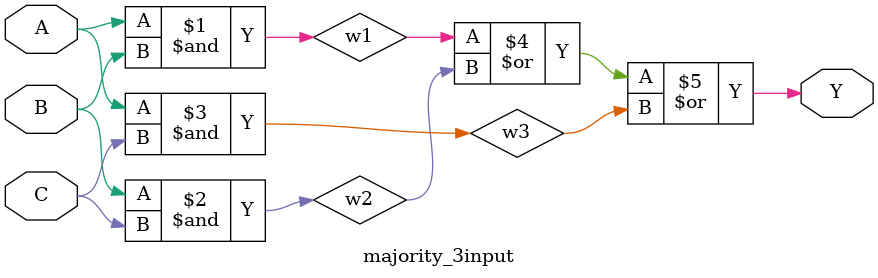
<source format=v>
`timescale 1ns / 1ps


module majority_3input(
    input A,
    input B,
    input C,
    output Y
);
    wire w1, w2, w3;
    
    and G1(w1, A, B);
    and G2(w2, B, C);
    and G3(w3, A, C);
    
    or G4(Y, w1, w2, w3);

endmodule

</source>
